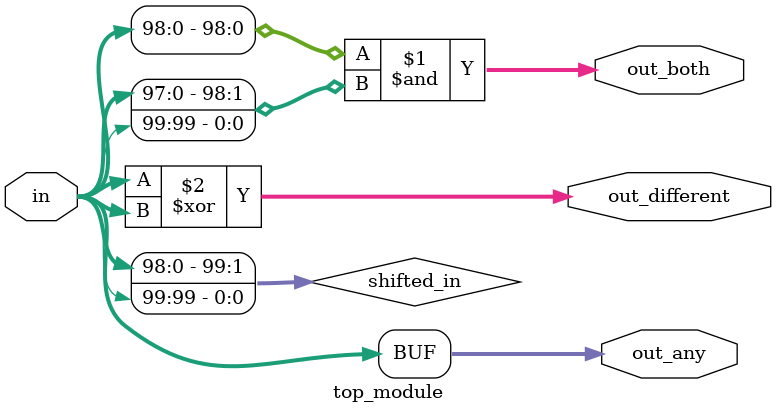
<source format=sv>
module top_module (
    input [99:0] in,
    output [98:0] out_both,
    output [99:0] out_any,
    output [99:0] out_different
);

    wire [99:0] shifted_in;
    assign shifted_in = {in[98:0], in[99]};

    assign out_both = in[98:0] & shifted_in[98:0];
    assign out_any = in;
    assign out_different = in ^ {in[99], shifted_in[99:1]};

endmodule

</source>
